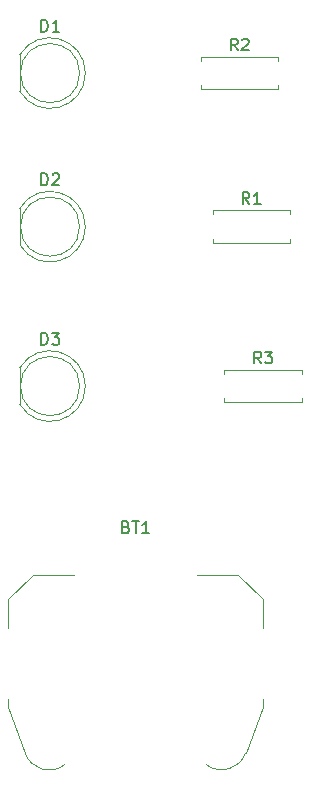
<source format=gto>
G04 #@! TF.GenerationSoftware,KiCad,Pcbnew,9.0.1*
G04 #@! TF.CreationDate,2025-04-26T01:58:34+03:00*
G04 #@! TF.ProjectId,solder project,736f6c64-6572-4207-9072-6f6a6563742e,rev?*
G04 #@! TF.SameCoordinates,Original*
G04 #@! TF.FileFunction,Legend,Top*
G04 #@! TF.FilePolarity,Positive*
%FSLAX46Y46*%
G04 Gerber Fmt 4.6, Leading zero omitted, Abs format (unit mm)*
G04 Created by KiCad (PCBNEW 9.0.1) date 2025-04-26 01:58:34*
%MOMM*%
%LPD*%
G01*
G04 APERTURE LIST*
%ADD10C,0.150000*%
%ADD11C,0.120000*%
%ADD12C,17.800000*%
%ADD13R,1.270000X5.080000*%
%ADD14O,1.600000X1.600000*%
%ADD15C,1.600000*%
%ADD16R,1.800000X1.800000*%
%ADD17C,1.800000*%
G04 APERTURE END LIST*
D10*
X93714285Y-96931009D02*
X93857142Y-96978628D01*
X93857142Y-96978628D02*
X93904761Y-97026247D01*
X93904761Y-97026247D02*
X93952380Y-97121485D01*
X93952380Y-97121485D02*
X93952380Y-97264342D01*
X93952380Y-97264342D02*
X93904761Y-97359580D01*
X93904761Y-97359580D02*
X93857142Y-97407200D01*
X93857142Y-97407200D02*
X93761904Y-97454819D01*
X93761904Y-97454819D02*
X93380952Y-97454819D01*
X93380952Y-97454819D02*
X93380952Y-96454819D01*
X93380952Y-96454819D02*
X93714285Y-96454819D01*
X93714285Y-96454819D02*
X93809523Y-96502438D01*
X93809523Y-96502438D02*
X93857142Y-96550057D01*
X93857142Y-96550057D02*
X93904761Y-96645295D01*
X93904761Y-96645295D02*
X93904761Y-96740533D01*
X93904761Y-96740533D02*
X93857142Y-96835771D01*
X93857142Y-96835771D02*
X93809523Y-96883390D01*
X93809523Y-96883390D02*
X93714285Y-96931009D01*
X93714285Y-96931009D02*
X93380952Y-96931009D01*
X94238095Y-96454819D02*
X94809523Y-96454819D01*
X94523809Y-97454819D02*
X94523809Y-96454819D01*
X95666666Y-97454819D02*
X95095238Y-97454819D01*
X95380952Y-97454819D02*
X95380952Y-96454819D01*
X95380952Y-96454819D02*
X95285714Y-96597676D01*
X95285714Y-96597676D02*
X95190476Y-96692914D01*
X95190476Y-96692914D02*
X95095238Y-96740533D01*
X103143333Y-56584819D02*
X102810000Y-56108628D01*
X102571905Y-56584819D02*
X102571905Y-55584819D01*
X102571905Y-55584819D02*
X102952857Y-55584819D01*
X102952857Y-55584819D02*
X103048095Y-55632438D01*
X103048095Y-55632438D02*
X103095714Y-55680057D01*
X103095714Y-55680057D02*
X103143333Y-55775295D01*
X103143333Y-55775295D02*
X103143333Y-55918152D01*
X103143333Y-55918152D02*
X103095714Y-56013390D01*
X103095714Y-56013390D02*
X103048095Y-56061009D01*
X103048095Y-56061009D02*
X102952857Y-56108628D01*
X102952857Y-56108628D02*
X102571905Y-56108628D01*
X103524286Y-55680057D02*
X103571905Y-55632438D01*
X103571905Y-55632438D02*
X103667143Y-55584819D01*
X103667143Y-55584819D02*
X103905238Y-55584819D01*
X103905238Y-55584819D02*
X104000476Y-55632438D01*
X104000476Y-55632438D02*
X104048095Y-55680057D01*
X104048095Y-55680057D02*
X104095714Y-55775295D01*
X104095714Y-55775295D02*
X104095714Y-55870533D01*
X104095714Y-55870533D02*
X104048095Y-56013390D01*
X104048095Y-56013390D02*
X103476667Y-56584819D01*
X103476667Y-56584819D02*
X104095714Y-56584819D01*
X105143333Y-83084819D02*
X104810000Y-82608628D01*
X104571905Y-83084819D02*
X104571905Y-82084819D01*
X104571905Y-82084819D02*
X104952857Y-82084819D01*
X104952857Y-82084819D02*
X105048095Y-82132438D01*
X105048095Y-82132438D02*
X105095714Y-82180057D01*
X105095714Y-82180057D02*
X105143333Y-82275295D01*
X105143333Y-82275295D02*
X105143333Y-82418152D01*
X105143333Y-82418152D02*
X105095714Y-82513390D01*
X105095714Y-82513390D02*
X105048095Y-82561009D01*
X105048095Y-82561009D02*
X104952857Y-82608628D01*
X104952857Y-82608628D02*
X104571905Y-82608628D01*
X105476667Y-82084819D02*
X106095714Y-82084819D01*
X106095714Y-82084819D02*
X105762381Y-82465771D01*
X105762381Y-82465771D02*
X105905238Y-82465771D01*
X105905238Y-82465771D02*
X106000476Y-82513390D01*
X106000476Y-82513390D02*
X106048095Y-82561009D01*
X106048095Y-82561009D02*
X106095714Y-82656247D01*
X106095714Y-82656247D02*
X106095714Y-82894342D01*
X106095714Y-82894342D02*
X106048095Y-82989580D01*
X106048095Y-82989580D02*
X106000476Y-83037200D01*
X106000476Y-83037200D02*
X105905238Y-83084819D01*
X105905238Y-83084819D02*
X105619524Y-83084819D01*
X105619524Y-83084819D02*
X105524286Y-83037200D01*
X105524286Y-83037200D02*
X105476667Y-82989580D01*
X104143333Y-69584819D02*
X103810000Y-69108628D01*
X103571905Y-69584819D02*
X103571905Y-68584819D01*
X103571905Y-68584819D02*
X103952857Y-68584819D01*
X103952857Y-68584819D02*
X104048095Y-68632438D01*
X104048095Y-68632438D02*
X104095714Y-68680057D01*
X104095714Y-68680057D02*
X104143333Y-68775295D01*
X104143333Y-68775295D02*
X104143333Y-68918152D01*
X104143333Y-68918152D02*
X104095714Y-69013390D01*
X104095714Y-69013390D02*
X104048095Y-69061009D01*
X104048095Y-69061009D02*
X103952857Y-69108628D01*
X103952857Y-69108628D02*
X103571905Y-69108628D01*
X105095714Y-69584819D02*
X104524286Y-69584819D01*
X104810000Y-69584819D02*
X104810000Y-68584819D01*
X104810000Y-68584819D02*
X104714762Y-68727676D01*
X104714762Y-68727676D02*
X104619524Y-68822914D01*
X104619524Y-68822914D02*
X104524286Y-68870533D01*
X86531905Y-81494819D02*
X86531905Y-80494819D01*
X86531905Y-80494819D02*
X86770000Y-80494819D01*
X86770000Y-80494819D02*
X86912857Y-80542438D01*
X86912857Y-80542438D02*
X87008095Y-80637676D01*
X87008095Y-80637676D02*
X87055714Y-80732914D01*
X87055714Y-80732914D02*
X87103333Y-80923390D01*
X87103333Y-80923390D02*
X87103333Y-81066247D01*
X87103333Y-81066247D02*
X87055714Y-81256723D01*
X87055714Y-81256723D02*
X87008095Y-81351961D01*
X87008095Y-81351961D02*
X86912857Y-81447200D01*
X86912857Y-81447200D02*
X86770000Y-81494819D01*
X86770000Y-81494819D02*
X86531905Y-81494819D01*
X87436667Y-80494819D02*
X88055714Y-80494819D01*
X88055714Y-80494819D02*
X87722381Y-80875771D01*
X87722381Y-80875771D02*
X87865238Y-80875771D01*
X87865238Y-80875771D02*
X87960476Y-80923390D01*
X87960476Y-80923390D02*
X88008095Y-80971009D01*
X88008095Y-80971009D02*
X88055714Y-81066247D01*
X88055714Y-81066247D02*
X88055714Y-81304342D01*
X88055714Y-81304342D02*
X88008095Y-81399580D01*
X88008095Y-81399580D02*
X87960476Y-81447200D01*
X87960476Y-81447200D02*
X87865238Y-81494819D01*
X87865238Y-81494819D02*
X87579524Y-81494819D01*
X87579524Y-81494819D02*
X87484286Y-81447200D01*
X87484286Y-81447200D02*
X87436667Y-81399580D01*
X86531905Y-67994819D02*
X86531905Y-66994819D01*
X86531905Y-66994819D02*
X86770000Y-66994819D01*
X86770000Y-66994819D02*
X86912857Y-67042438D01*
X86912857Y-67042438D02*
X87008095Y-67137676D01*
X87008095Y-67137676D02*
X87055714Y-67232914D01*
X87055714Y-67232914D02*
X87103333Y-67423390D01*
X87103333Y-67423390D02*
X87103333Y-67566247D01*
X87103333Y-67566247D02*
X87055714Y-67756723D01*
X87055714Y-67756723D02*
X87008095Y-67851961D01*
X87008095Y-67851961D02*
X86912857Y-67947200D01*
X86912857Y-67947200D02*
X86770000Y-67994819D01*
X86770000Y-67994819D02*
X86531905Y-67994819D01*
X87484286Y-67090057D02*
X87531905Y-67042438D01*
X87531905Y-67042438D02*
X87627143Y-66994819D01*
X87627143Y-66994819D02*
X87865238Y-66994819D01*
X87865238Y-66994819D02*
X87960476Y-67042438D01*
X87960476Y-67042438D02*
X88008095Y-67090057D01*
X88008095Y-67090057D02*
X88055714Y-67185295D01*
X88055714Y-67185295D02*
X88055714Y-67280533D01*
X88055714Y-67280533D02*
X88008095Y-67423390D01*
X88008095Y-67423390D02*
X87436667Y-67994819D01*
X87436667Y-67994819D02*
X88055714Y-67994819D01*
X86531905Y-54994819D02*
X86531905Y-53994819D01*
X86531905Y-53994819D02*
X86770000Y-53994819D01*
X86770000Y-53994819D02*
X86912857Y-54042438D01*
X86912857Y-54042438D02*
X87008095Y-54137676D01*
X87008095Y-54137676D02*
X87055714Y-54232914D01*
X87055714Y-54232914D02*
X87103333Y-54423390D01*
X87103333Y-54423390D02*
X87103333Y-54566247D01*
X87103333Y-54566247D02*
X87055714Y-54756723D01*
X87055714Y-54756723D02*
X87008095Y-54851961D01*
X87008095Y-54851961D02*
X86912857Y-54947200D01*
X86912857Y-54947200D02*
X86770000Y-54994819D01*
X86770000Y-54994819D02*
X86531905Y-54994819D01*
X88055714Y-54994819D02*
X87484286Y-54994819D01*
X87770000Y-54994819D02*
X87770000Y-53994819D01*
X87770000Y-53994819D02*
X87674762Y-54137676D01*
X87674762Y-54137676D02*
X87579524Y-54232914D01*
X87579524Y-54232914D02*
X87484286Y-54280533D01*
D11*
G04 #@! TO.C,BT1*
X103825243Y-116088169D02*
G75*
G02*
X100500000Y-117050000I-2015243J738169D01*
G01*
X88496646Y-117066530D02*
G75*
G02*
X85160000Y-116080000I-1306646J1716531D01*
G01*
X105280000Y-112130000D02*
X103840000Y-116080000D01*
X105280000Y-111500000D02*
X105280000Y-112130000D01*
X105280000Y-103040000D02*
X105280000Y-105500000D01*
X103200000Y-100960000D02*
X105280000Y-103040000D01*
X103200000Y-100960000D02*
X99700000Y-100960000D01*
X89300000Y-100960000D02*
X85800000Y-100960000D01*
X85800000Y-100960000D02*
X83720000Y-103040000D01*
X83720000Y-112130000D02*
X85160000Y-116080000D01*
X83720000Y-111500000D02*
X83720000Y-112130000D01*
X83720000Y-103040000D02*
X83720000Y-105500000D01*
G04 #@! TO.C,R2*
X106580000Y-59870000D02*
X106580000Y-59540000D01*
X106580000Y-57130000D02*
X106580000Y-57460000D01*
X100040000Y-59870000D02*
X106580000Y-59870000D01*
X100040000Y-59540000D02*
X100040000Y-59870000D01*
X100040000Y-57460000D02*
X100040000Y-57130000D01*
X100040000Y-57130000D02*
X106580000Y-57130000D01*
G04 #@! TO.C,R3*
X102040000Y-83630000D02*
X108580000Y-83630000D01*
X102040000Y-83960000D02*
X102040000Y-83630000D01*
X102040000Y-86040000D02*
X102040000Y-86370000D01*
X102040000Y-86370000D02*
X108580000Y-86370000D01*
X108580000Y-83630000D02*
X108580000Y-83960000D01*
X108580000Y-86370000D02*
X108580000Y-86040000D01*
G04 #@! TO.C,R1*
X101040000Y-70130000D02*
X107580000Y-70130000D01*
X101040000Y-70460000D02*
X101040000Y-70130000D01*
X101040000Y-72540000D02*
X101040000Y-72870000D01*
X101040000Y-72870000D02*
X107580000Y-72870000D01*
X107580000Y-70130000D02*
X107580000Y-70460000D01*
X107580000Y-72870000D02*
X107580000Y-72540000D01*
G04 #@! TO.C,D3*
X84710000Y-83455000D02*
X84710000Y-86545000D01*
X84710000Y-83455170D02*
G75*
G02*
X90260000Y-84999952I2560000J-1544830D01*
G01*
X90260000Y-85000048D02*
G75*
G02*
X84710000Y-86544830I-2990000J48D01*
G01*
X89770000Y-85000000D02*
G75*
G02*
X84770000Y-85000000I-2500000J0D01*
G01*
X84770000Y-85000000D02*
G75*
G02*
X89770000Y-85000000I2500000J0D01*
G01*
G04 #@! TO.C,D2*
X84710000Y-69955000D02*
X84710000Y-73045000D01*
X84710000Y-69955170D02*
G75*
G02*
X90260000Y-71499952I2560000J-1544830D01*
G01*
X90260000Y-71500048D02*
G75*
G02*
X84710000Y-73044830I-2990000J48D01*
G01*
X89770000Y-71500000D02*
G75*
G02*
X84770000Y-71500000I-2500000J0D01*
G01*
X84770000Y-71500000D02*
G75*
G02*
X89770000Y-71500000I2500000J0D01*
G01*
G04 #@! TO.C,D1*
X84710000Y-56955000D02*
X84710000Y-60045000D01*
X84710000Y-56955170D02*
G75*
G02*
X90260000Y-58499952I2560000J-1544830D01*
G01*
X90260000Y-58500048D02*
G75*
G02*
X84710000Y-60044830I-2990000J48D01*
G01*
X89770000Y-58500000D02*
G75*
G02*
X84770000Y-58500000I-2500000J0D01*
G01*
X84770000Y-58500000D02*
G75*
G02*
X89770000Y-58500000I2500000J0D01*
G01*
G04 #@! TD*
%LPC*%
D12*
G04 #@! TO.C,BT1*
X94500000Y-108500000D03*
D13*
X105485000Y-108500000D03*
X83515000Y-108500000D03*
G04 #@! TD*
D14*
G04 #@! TO.C,R2*
X107120000Y-58500000D03*
D15*
X99500000Y-58500000D03*
G04 #@! TD*
G04 #@! TO.C,R3*
X101500000Y-85000000D03*
D14*
X109120000Y-85000000D03*
G04 #@! TD*
D15*
G04 #@! TO.C,R1*
X100500000Y-71500000D03*
D14*
X108120000Y-71500000D03*
G04 #@! TD*
D16*
G04 #@! TO.C,D3*
X86000000Y-85000000D03*
D17*
X88540000Y-85000000D03*
G04 #@! TD*
D16*
G04 #@! TO.C,D2*
X86000000Y-71500000D03*
D17*
X88540000Y-71500000D03*
G04 #@! TD*
D16*
G04 #@! TO.C,D1*
X86000000Y-58500000D03*
D17*
X88540000Y-58500000D03*
G04 #@! TD*
%LPD*%
M02*

</source>
